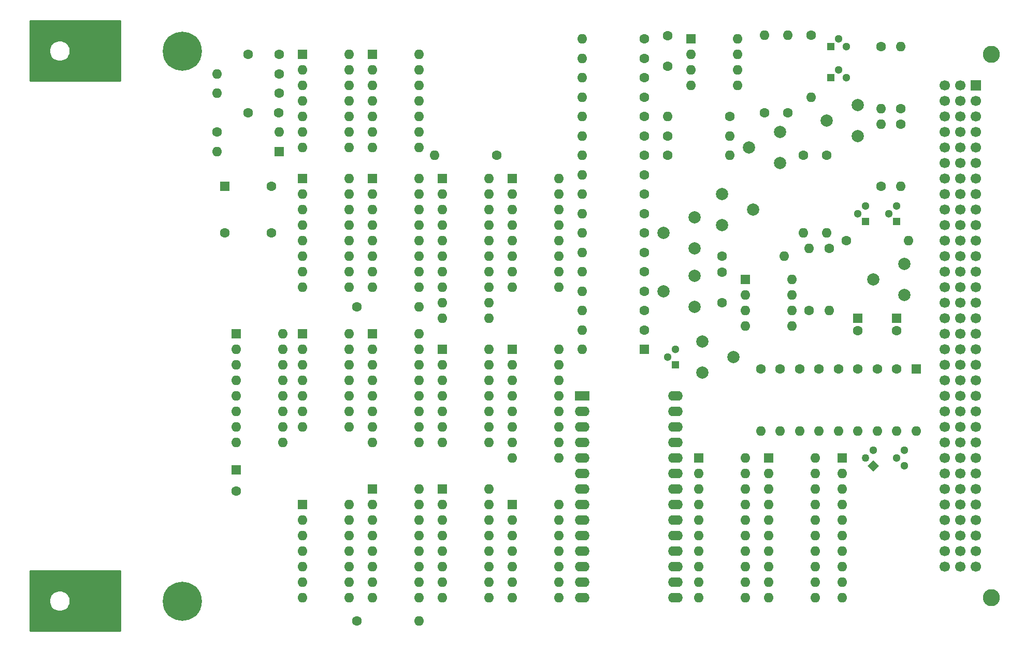
<source format=gts>
G04 #@! TF.GenerationSoftware,KiCad,Pcbnew,(5.99.0-2039-g05a89863c)*
G04 #@! TF.CreationDate,2020-06-29T23:33:07-06:00*
G04 #@! TF.ProjectId,gfx,6766782e-6b69-4636-9164-5f7063625858,rev?*
G04 #@! TF.SameCoordinates,Original*
G04 #@! TF.FileFunction,Soldermask,Top*
G04 #@! TF.FilePolarity,Negative*
%FSLAX46Y46*%
G04 Gerber Fmt 4.6, Leading zero omitted, Abs format (unit mm)*
G04 Created by KiCad (PCBNEW (5.99.0-2039-g05a89863c)) date 2020-06-29 23:33:07*
%MOMM*%
%LPD*%
G01*
G04 APERTURE LIST*
%ADD10O,1.600000X1.600000*%
%ADD11C,1.600000*%
%ADD12R,1.600000X1.600000*%
%ADD13C,0.800000*%
%ADD14C,6.400000*%
%ADD15R,1.300000X1.300000*%
%ADD16C,1.300000*%
%ADD17C,2.800000*%
%ADD18C,1.700000*%
%ADD19R,1.700000X1.700000*%
%ADD20O,2.400000X1.600000*%
%ADD21R,2.400000X1.600000*%
%ADD22C,2.000000*%
%ADD23C,1.270000*%
G04 APERTURE END LIST*
D10*
X213360000Y-68580000D03*
D11*
X203200000Y-68580000D03*
D10*
X142240000Y-81280000D03*
X134620000Y-96520000D03*
X142240000Y-83820000D03*
X134620000Y-93980000D03*
X142240000Y-86360000D03*
X134620000Y-91440000D03*
X142240000Y-88900000D03*
X134620000Y-88900000D03*
X142240000Y-91440000D03*
X134620000Y-86360000D03*
X142240000Y-93980000D03*
X134620000Y-83820000D03*
X142240000Y-96520000D03*
D12*
X134620000Y-81280000D03*
D10*
X153670000Y-81280000D03*
X146050000Y-99060000D03*
X153670000Y-83820000D03*
X146050000Y-96520000D03*
X153670000Y-86360000D03*
X146050000Y-93980000D03*
X153670000Y-88900000D03*
X146050000Y-91440000D03*
X153670000Y-91440000D03*
X146050000Y-88900000D03*
X153670000Y-93980000D03*
X146050000Y-86360000D03*
X153670000Y-96520000D03*
X146050000Y-83820000D03*
X153670000Y-99060000D03*
D12*
X146050000Y-81280000D03*
D13*
X116697056Y-123302944D03*
X115000000Y-122600000D03*
X113302944Y-123302944D03*
X112600000Y-125000000D03*
X113302944Y-126697056D03*
X115000000Y-127400000D03*
X116697056Y-126697056D03*
X117400000Y-125000000D03*
D14*
X115000000Y-125000000D03*
D13*
X116697056Y-33302944D03*
X115000000Y-32600000D03*
X113302944Y-33302944D03*
X112600000Y-35000000D03*
X113302944Y-36697056D03*
X115000000Y-37400000D03*
X116697056Y-36697056D03*
X117400000Y-35000000D03*
D14*
X115000000Y-35000000D03*
D10*
X153670000Y-76835000D03*
D11*
X143510000Y-76835000D03*
X225425000Y-80740000D03*
D12*
X225425000Y-78740000D03*
D11*
X231775000Y-80740000D03*
D12*
X231775000Y-78740000D03*
D11*
X123825000Y-107005000D03*
D12*
X123825000Y-103505000D03*
D10*
X176530000Y-109220000D03*
X168910000Y-124460000D03*
X176530000Y-111760000D03*
X168910000Y-121920000D03*
X176530000Y-114300000D03*
X168910000Y-119380000D03*
X176530000Y-116840000D03*
X168910000Y-116840000D03*
X176530000Y-119380000D03*
X168910000Y-114300000D03*
X176530000Y-121920000D03*
X168910000Y-111760000D03*
X176530000Y-124460000D03*
D12*
X168910000Y-109220000D03*
D10*
X165100000Y-106680000D03*
X157480000Y-124460000D03*
X165100000Y-109220000D03*
X157480000Y-121920000D03*
X165100000Y-111760000D03*
X157480000Y-119380000D03*
X165100000Y-114300000D03*
X157480000Y-116840000D03*
X165100000Y-116840000D03*
X157480000Y-114300000D03*
X165100000Y-119380000D03*
X157480000Y-111760000D03*
X165100000Y-121920000D03*
X157480000Y-109220000D03*
X165100000Y-124460000D03*
D12*
X157480000Y-106680000D03*
D10*
X142240000Y-55880000D03*
X134620000Y-73660000D03*
X142240000Y-58420000D03*
X134620000Y-71120000D03*
X142240000Y-60960000D03*
X134620000Y-68580000D03*
X142240000Y-63500000D03*
X134620000Y-66040000D03*
X142240000Y-66040000D03*
X134620000Y-63500000D03*
X142240000Y-68580000D03*
X134620000Y-60960000D03*
X142240000Y-71120000D03*
X134620000Y-58420000D03*
X142240000Y-73660000D03*
D12*
X134620000Y-55880000D03*
D15*
X195580000Y-86360000D03*
D16*
X195580000Y-83820000D03*
X194310000Y-85090000D03*
D10*
X153670000Y-35560000D03*
X146050000Y-50800000D03*
X153670000Y-38100000D03*
X146050000Y-48260000D03*
X153670000Y-40640000D03*
X146050000Y-45720000D03*
X153670000Y-43180000D03*
X146050000Y-43180000D03*
X153670000Y-45720000D03*
X146050000Y-40640000D03*
X153670000Y-48260000D03*
X146050000Y-38100000D03*
X153670000Y-50800000D03*
D12*
X146050000Y-35560000D03*
D10*
X142240000Y-109220000D03*
X134620000Y-124460000D03*
X142240000Y-111760000D03*
X134620000Y-121920000D03*
X142240000Y-114300000D03*
X134620000Y-119380000D03*
X142240000Y-116840000D03*
X134620000Y-116840000D03*
X142240000Y-119380000D03*
X134620000Y-114300000D03*
X142240000Y-121920000D03*
X134620000Y-111760000D03*
X142240000Y-124460000D03*
D12*
X134620000Y-109220000D03*
D10*
X222885000Y-124460000D03*
X222885000Y-121920000D03*
X222885000Y-119380000D03*
X222885000Y-116840000D03*
X222885000Y-114300000D03*
X222885000Y-111760000D03*
X222885000Y-109220000D03*
X222885000Y-106680000D03*
X222885000Y-104140000D03*
D12*
X222885000Y-101600000D03*
D17*
X247240000Y-124450000D03*
X247240000Y-35550000D03*
D18*
X242160000Y-119370000D03*
X244700000Y-119370000D03*
X242160000Y-116830000D03*
X244700000Y-116830000D03*
X242160000Y-114290000D03*
X244700000Y-114290000D03*
X242160000Y-111750000D03*
X244700000Y-111750000D03*
X242160000Y-109210000D03*
X244700000Y-109210000D03*
X242160000Y-106670000D03*
X244700000Y-106670000D03*
X242160000Y-104130000D03*
X244700000Y-104130000D03*
X242160000Y-101590000D03*
X244700000Y-101590000D03*
X242160000Y-99050000D03*
X244700000Y-99050000D03*
X242160000Y-96510000D03*
X244700000Y-96510000D03*
X242160000Y-93970000D03*
X244700000Y-93970000D03*
X242160000Y-91430000D03*
X244700000Y-91430000D03*
X242160000Y-88890000D03*
X244700000Y-88890000D03*
X242160000Y-86350000D03*
X244700000Y-86350000D03*
X242160000Y-83810000D03*
X244700000Y-83810000D03*
X242160000Y-81270000D03*
X244700000Y-81270000D03*
X242160000Y-78730000D03*
X244700000Y-78730000D03*
X242160000Y-76190000D03*
X244700000Y-76190000D03*
X242160000Y-73650000D03*
X244700000Y-73650000D03*
X242160000Y-71110000D03*
X244700000Y-71110000D03*
X242160000Y-68570000D03*
X244700000Y-68570000D03*
X242160000Y-66030000D03*
X244700000Y-66030000D03*
X242160000Y-63490000D03*
X244700000Y-63490000D03*
X242160000Y-60950000D03*
X244700000Y-60950000D03*
X242160000Y-58410000D03*
X244700000Y-58410000D03*
X242160000Y-55870000D03*
X244700000Y-55870000D03*
X242160000Y-53330000D03*
X244700000Y-53330000D03*
X242160000Y-50790000D03*
X244700000Y-50790000D03*
X242160000Y-48250000D03*
X244700000Y-48250000D03*
X242160000Y-45710000D03*
X244700000Y-45710000D03*
X242160000Y-43170000D03*
X244700000Y-43170000D03*
X242160000Y-40630000D03*
D19*
X244700000Y-40630000D03*
D18*
X239620000Y-104130000D03*
X239620000Y-101590000D03*
X239620000Y-106670000D03*
X239620000Y-53330000D03*
X239620000Y-50790000D03*
X239620000Y-40630000D03*
X239620000Y-76190000D03*
X239620000Y-73650000D03*
X239620000Y-48250000D03*
X239620000Y-45710000D03*
X239620000Y-43170000D03*
X239620000Y-83810000D03*
X239620000Y-116830000D03*
X239620000Y-66030000D03*
X239620000Y-63490000D03*
X239620000Y-96510000D03*
X239620000Y-93970000D03*
X239620000Y-99050000D03*
X239620000Y-88890000D03*
X239620000Y-86350000D03*
X239620000Y-60950000D03*
X239620000Y-58410000D03*
X239620000Y-55870000D03*
X239620000Y-81270000D03*
X239620000Y-78730000D03*
X239620000Y-111750000D03*
X239620000Y-109210000D03*
X239620000Y-114290000D03*
X239620000Y-71110000D03*
X239620000Y-68570000D03*
X239620000Y-91430000D03*
X239620000Y-119370000D03*
D10*
X214630000Y-72390000D03*
X207010000Y-80010000D03*
X214630000Y-74930000D03*
X207010000Y-77470000D03*
X214630000Y-77470000D03*
X207010000Y-74930000D03*
X214630000Y-80010000D03*
D12*
X207010000Y-72390000D03*
D10*
X205740000Y-33020000D03*
X198120000Y-40640000D03*
X205740000Y-35560000D03*
X198120000Y-38100000D03*
X205740000Y-38100000D03*
X198120000Y-35560000D03*
X205740000Y-40640000D03*
D12*
X198120000Y-33020000D03*
D20*
X195580000Y-91440000D03*
X180340000Y-124460000D03*
X195580000Y-93980000D03*
X180340000Y-121920000D03*
X195580000Y-96520000D03*
X180340000Y-119380000D03*
X195580000Y-99060000D03*
X180340000Y-116840000D03*
X195580000Y-101600000D03*
X180340000Y-114300000D03*
X195580000Y-104140000D03*
X180340000Y-111760000D03*
X195580000Y-106680000D03*
X180340000Y-109220000D03*
X195580000Y-109220000D03*
X180340000Y-106680000D03*
X195580000Y-111760000D03*
X180340000Y-104140000D03*
X195580000Y-114300000D03*
X180340000Y-101600000D03*
X195580000Y-116840000D03*
X180340000Y-99060000D03*
X195580000Y-119380000D03*
X180340000Y-96520000D03*
X195580000Y-121920000D03*
X180340000Y-93980000D03*
X195580000Y-124460000D03*
D21*
X180340000Y-91440000D03*
D10*
X176530000Y-55880000D03*
X168910000Y-73660000D03*
X176530000Y-58420000D03*
X168910000Y-71120000D03*
X176530000Y-60960000D03*
X168910000Y-68580000D03*
X176530000Y-63500000D03*
X168910000Y-66040000D03*
X176530000Y-66040000D03*
X168910000Y-63500000D03*
X176530000Y-68580000D03*
X168910000Y-60960000D03*
X176530000Y-71120000D03*
X168910000Y-58420000D03*
X176530000Y-73660000D03*
D12*
X168910000Y-55880000D03*
D10*
X218440000Y-101600000D03*
X210820000Y-124460000D03*
X218440000Y-104140000D03*
X210820000Y-121920000D03*
X218440000Y-106680000D03*
X210820000Y-119380000D03*
X218440000Y-109220000D03*
X210820000Y-116840000D03*
X218440000Y-111760000D03*
X210820000Y-114300000D03*
X218440000Y-114300000D03*
X210820000Y-111760000D03*
X218440000Y-116840000D03*
X210820000Y-109220000D03*
X218440000Y-119380000D03*
X210820000Y-106680000D03*
X218440000Y-121920000D03*
X210820000Y-104140000D03*
X218440000Y-124460000D03*
D12*
X210820000Y-101600000D03*
D10*
X207010000Y-101600000D03*
X199390000Y-124460000D03*
X207010000Y-104140000D03*
X199390000Y-121920000D03*
X207010000Y-106680000D03*
X199390000Y-119380000D03*
X207010000Y-109220000D03*
X199390000Y-116840000D03*
X207010000Y-111760000D03*
X199390000Y-114300000D03*
X207010000Y-114300000D03*
X199390000Y-111760000D03*
X207010000Y-116840000D03*
X199390000Y-109220000D03*
X207010000Y-119380000D03*
X199390000Y-106680000D03*
X207010000Y-121920000D03*
X199390000Y-104140000D03*
X207010000Y-124460000D03*
D12*
X199390000Y-101600000D03*
D10*
X165100000Y-55880000D03*
X157480000Y-78740000D03*
X165100000Y-58420000D03*
X157480000Y-76200000D03*
X165100000Y-60960000D03*
X157480000Y-73660000D03*
X165100000Y-63500000D03*
X157480000Y-71120000D03*
X165100000Y-66040000D03*
X157480000Y-68580000D03*
X165100000Y-68580000D03*
X157480000Y-66040000D03*
X165100000Y-71120000D03*
X157480000Y-63500000D03*
X165100000Y-73660000D03*
X157480000Y-60960000D03*
X165100000Y-76200000D03*
X157480000Y-58420000D03*
X165100000Y-78740000D03*
D12*
X157480000Y-55880000D03*
D10*
X153670000Y-106680000D03*
X146050000Y-124460000D03*
X153670000Y-109220000D03*
X146050000Y-121920000D03*
X153670000Y-111760000D03*
X146050000Y-119380000D03*
X153670000Y-114300000D03*
X146050000Y-116840000D03*
X153670000Y-116840000D03*
X146050000Y-114300000D03*
X153670000Y-119380000D03*
X146050000Y-111760000D03*
X153670000Y-121920000D03*
X146050000Y-109220000D03*
X153670000Y-124460000D03*
D12*
X146050000Y-106680000D03*
D10*
X176530000Y-83820000D03*
X168910000Y-101600000D03*
X176530000Y-86360000D03*
X168910000Y-99060000D03*
X176530000Y-88900000D03*
X168910000Y-96520000D03*
X176530000Y-91440000D03*
X168910000Y-93980000D03*
X176530000Y-93980000D03*
X168910000Y-91440000D03*
X176530000Y-96520000D03*
X168910000Y-88900000D03*
X176530000Y-99060000D03*
X168910000Y-86360000D03*
X176530000Y-101600000D03*
D12*
X168910000Y-83820000D03*
D10*
X153670000Y-55880000D03*
X146050000Y-73660000D03*
X153670000Y-58420000D03*
X146050000Y-71120000D03*
X153670000Y-60960000D03*
X146050000Y-68580000D03*
X153670000Y-63500000D03*
X146050000Y-66040000D03*
X153670000Y-66040000D03*
X146050000Y-63500000D03*
X153670000Y-68580000D03*
X146050000Y-60960000D03*
X153670000Y-71120000D03*
X146050000Y-58420000D03*
X153670000Y-73660000D03*
D12*
X146050000Y-55880000D03*
D10*
X165100000Y-83820000D03*
X157480000Y-99060000D03*
X165100000Y-86360000D03*
X157480000Y-96520000D03*
X165100000Y-88900000D03*
X157480000Y-93980000D03*
X165100000Y-91440000D03*
X157480000Y-91440000D03*
X165100000Y-93980000D03*
X157480000Y-88900000D03*
X165100000Y-96520000D03*
X157480000Y-86360000D03*
X165100000Y-99060000D03*
D12*
X157480000Y-83820000D03*
D10*
X131445000Y-81280000D03*
X123825000Y-99060000D03*
X131445000Y-83820000D03*
X123825000Y-96520000D03*
X131445000Y-86360000D03*
X123825000Y-93980000D03*
X131445000Y-88900000D03*
X123825000Y-91440000D03*
X131445000Y-91440000D03*
X123825000Y-88900000D03*
X131445000Y-93980000D03*
X123825000Y-86360000D03*
X131445000Y-96520000D03*
X123825000Y-83820000D03*
X131445000Y-99060000D03*
D12*
X123825000Y-81280000D03*
D10*
X142240000Y-35560000D03*
X134620000Y-50800000D03*
X142240000Y-38100000D03*
X134620000Y-48260000D03*
X142240000Y-40640000D03*
X134620000Y-45720000D03*
X142240000Y-43180000D03*
X134620000Y-43180000D03*
X142240000Y-45720000D03*
X134620000Y-40640000D03*
X142240000Y-48260000D03*
X134620000Y-38100000D03*
X142240000Y-50800000D03*
D12*
X134620000Y-35560000D03*
D11*
X121920000Y-64770000D03*
X129540000Y-64770000D03*
X129540000Y-57150000D03*
D12*
X121920000Y-57150000D03*
D22*
X203200000Y-63500000D03*
X208280000Y-60960000D03*
X203200000Y-58420000D03*
X233045000Y-69850000D03*
X227965000Y-72390000D03*
X233045000Y-74930000D03*
X200025000Y-87630000D03*
X205105000Y-85090000D03*
X200025000Y-82550000D03*
X212725000Y-48260000D03*
X207645000Y-50800000D03*
X212725000Y-53340000D03*
X225425000Y-43815000D03*
X220345000Y-46355000D03*
X225425000Y-48895000D03*
X198755000Y-71755000D03*
X193675000Y-74295000D03*
X198755000Y-76835000D03*
X198755000Y-62230000D03*
X193675000Y-64770000D03*
X198755000Y-67310000D03*
D10*
X232410000Y-57150000D03*
D11*
X232410000Y-46990000D03*
D10*
X232410000Y-34290000D03*
D11*
X232410000Y-44450000D03*
D10*
X216535000Y-64770000D03*
D11*
X216535000Y-52070000D03*
D10*
X220345000Y-64770000D03*
D11*
X220345000Y-52070000D03*
D10*
X233680000Y-66040000D03*
D11*
X223520000Y-66040000D03*
D10*
X229235000Y-46990000D03*
D11*
X229235000Y-57150000D03*
D10*
X209550000Y-97155000D03*
D11*
X209550000Y-86995000D03*
D10*
X217424000Y-67310000D03*
D11*
X217424000Y-77470000D03*
D10*
X220726000Y-77470000D03*
D11*
X220726000Y-67310000D03*
D10*
X231775000Y-97155000D03*
D11*
X231775000Y-86995000D03*
D10*
X228600000Y-97155000D03*
D11*
X228600000Y-86995000D03*
D10*
X225425000Y-97155000D03*
D11*
X225425000Y-86995000D03*
D10*
X222250000Y-97155000D03*
D11*
X222250000Y-86995000D03*
D10*
X219075000Y-97155000D03*
D11*
X219075000Y-86995000D03*
D10*
X215900000Y-97155000D03*
D11*
X215900000Y-86995000D03*
D10*
X212725000Y-97155000D03*
D11*
X212725000Y-86995000D03*
D10*
X213995000Y-32385000D03*
D11*
X213995000Y-45085000D03*
D10*
X210185000Y-32385000D03*
D11*
X210185000Y-45085000D03*
D10*
X217805000Y-42545000D03*
D11*
X217805000Y-32385000D03*
D10*
X229235000Y-44450000D03*
D11*
X229235000Y-34290000D03*
D10*
X180340000Y-33020000D03*
D11*
X190500000Y-33020000D03*
D10*
X204470000Y-52070000D03*
D11*
X194310000Y-52070000D03*
D10*
X194310000Y-45720000D03*
D11*
X204470000Y-45720000D03*
D10*
X204470000Y-48895000D03*
D11*
X194310000Y-48895000D03*
D10*
X180340000Y-80645000D03*
D11*
X190500000Y-80645000D03*
D10*
X180340000Y-77470000D03*
D11*
X190500000Y-77470000D03*
D10*
X180340000Y-74295000D03*
D11*
X190500000Y-74295000D03*
D10*
X180340000Y-71120000D03*
D11*
X190500000Y-71120000D03*
D10*
X180340000Y-67945000D03*
D11*
X190500000Y-67945000D03*
D10*
X180340000Y-64770000D03*
D11*
X190500000Y-64770000D03*
D10*
X180340000Y-61595000D03*
D11*
X190500000Y-61595000D03*
D10*
X180340000Y-58420000D03*
D11*
X190500000Y-58420000D03*
D10*
X180340000Y-55245000D03*
D11*
X190500000Y-55245000D03*
D10*
X180340000Y-52070000D03*
D11*
X190500000Y-52070000D03*
D10*
X180340000Y-48895000D03*
D11*
X190500000Y-48895000D03*
D10*
X180340000Y-45720000D03*
D11*
X190500000Y-45720000D03*
D10*
X180340000Y-42545000D03*
D11*
X190500000Y-42545000D03*
D10*
X180340000Y-39370000D03*
D11*
X190500000Y-39370000D03*
D10*
X180340000Y-36195000D03*
D11*
X190500000Y-36195000D03*
D10*
X153670000Y-128270000D03*
D11*
X143510000Y-128270000D03*
D10*
X156210000Y-52070000D03*
D11*
X166370000Y-52070000D03*
D10*
X130810000Y-48260000D03*
D11*
X120650000Y-48260000D03*
D10*
X120650000Y-41910000D03*
D11*
X130810000Y-41910000D03*
D10*
X120650000Y-38735000D03*
D11*
X130810000Y-38735000D03*
D15*
X231775000Y-62865000D03*
D16*
X231775000Y-60325000D03*
X230505000Y-61595000D03*
D15*
X226695000Y-62865000D03*
D16*
X226695000Y-60325000D03*
X225425000Y-61595000D03*
D15*
X220980000Y-39370000D03*
D16*
X223520000Y-39370000D03*
X222250000Y-38100000D03*
D15*
X220980000Y-34290000D03*
D16*
X223520000Y-34290000D03*
X222250000Y-33020000D03*
X233045000Y-102870000D03*
X233045000Y-100330000D03*
X231775000Y-101600000D03*
D23*
X226695000Y-101600000D03*
D16*
X227965000Y-100330000D03*
G36*
X228863026Y-102870000D02*
G01*
X227965000Y-103768026D01*
X227066974Y-102870000D01*
X227965000Y-101971974D01*
X228863026Y-102870000D01*
G37*
D10*
X234950000Y-97155000D03*
D12*
X234950000Y-86995000D03*
D10*
X180340000Y-83820000D03*
D12*
X190500000Y-83820000D03*
D10*
X120650000Y-51435000D03*
D12*
X130810000Y-51435000D03*
D11*
X203200000Y-71200000D03*
X203200000Y-76200000D03*
X194310000Y-32465000D03*
X194310000Y-37465000D03*
X130730000Y-45085000D03*
X125730000Y-45085000D03*
X130810000Y-35560000D03*
X125810000Y-35560000D03*
G36*
X104875999Y-120001036D02*
G01*
X104878995Y-120001143D01*
X104881989Y-120001321D01*
X104884977Y-120001571D01*
X104887959Y-120001891D01*
X104890932Y-120002282D01*
X104893895Y-120002745D01*
X104896846Y-120003277D01*
X104899783Y-120003879D01*
X104902706Y-120004552D01*
X104905611Y-120005293D01*
X104908498Y-120006104D01*
X104911365Y-120006983D01*
X104914211Y-120007930D01*
X104917032Y-120008944D01*
X104919829Y-120010026D01*
X104922600Y-120011173D01*
X104925342Y-120012386D01*
X104928055Y-120013664D01*
X104930737Y-120015007D01*
X104933385Y-120016412D01*
X104936000Y-120017881D01*
X104938579Y-120019411D01*
X104941121Y-120021002D01*
X104943624Y-120022653D01*
X104946087Y-120024363D01*
X104948509Y-120026132D01*
X104950888Y-120027957D01*
X104953223Y-120029839D01*
X104955512Y-120031776D01*
X104957755Y-120033766D01*
X104959950Y-120035810D01*
X104962095Y-120037905D01*
X104964190Y-120040050D01*
X104966234Y-120042245D01*
X104968224Y-120044488D01*
X104970161Y-120046777D01*
X104972043Y-120049112D01*
X104973868Y-120051491D01*
X104975637Y-120053913D01*
X104977347Y-120056376D01*
X104978998Y-120058879D01*
X104980589Y-120061421D01*
X104982119Y-120064000D01*
X104983588Y-120066615D01*
X104984993Y-120069263D01*
X104986336Y-120071945D01*
X104987614Y-120074658D01*
X104988827Y-120077400D01*
X104989974Y-120080171D01*
X104991056Y-120082968D01*
X104992070Y-120085789D01*
X104993017Y-120088635D01*
X104993896Y-120091502D01*
X104994707Y-120094389D01*
X104995448Y-120097294D01*
X104996121Y-120100217D01*
X104996723Y-120103154D01*
X104997255Y-120106105D01*
X104997718Y-120109068D01*
X104998109Y-120112041D01*
X104998429Y-120115023D01*
X104998679Y-120118011D01*
X104998857Y-120121005D01*
X104998964Y-120124001D01*
X104999000Y-120127000D01*
X104999000Y-129873000D01*
X104998964Y-129875999D01*
X104998857Y-129878995D01*
X104998679Y-129881989D01*
X104998429Y-129884977D01*
X104998109Y-129887959D01*
X104997718Y-129890932D01*
X104997255Y-129893895D01*
X104996723Y-129896846D01*
X104996121Y-129899783D01*
X104995448Y-129902706D01*
X104994707Y-129905611D01*
X104993896Y-129908498D01*
X104993017Y-129911365D01*
X104992070Y-129914211D01*
X104991056Y-129917032D01*
X104989974Y-129919829D01*
X104988827Y-129922600D01*
X104987614Y-129925342D01*
X104986336Y-129928055D01*
X104984993Y-129930737D01*
X104983588Y-129933385D01*
X104982119Y-129936000D01*
X104980589Y-129938579D01*
X104978998Y-129941121D01*
X104977347Y-129943624D01*
X104975637Y-129946087D01*
X104973868Y-129948509D01*
X104972043Y-129950888D01*
X104970161Y-129953223D01*
X104968224Y-129955512D01*
X104966234Y-129957755D01*
X104964190Y-129959950D01*
X104962095Y-129962095D01*
X104959950Y-129964190D01*
X104957755Y-129966234D01*
X104955512Y-129968224D01*
X104953223Y-129970161D01*
X104950888Y-129972043D01*
X104948509Y-129973868D01*
X104946087Y-129975637D01*
X104943624Y-129977347D01*
X104941121Y-129978998D01*
X104938579Y-129980589D01*
X104936000Y-129982119D01*
X104933385Y-129983588D01*
X104930737Y-129984993D01*
X104928055Y-129986336D01*
X104925342Y-129987614D01*
X104922600Y-129988827D01*
X104919829Y-129989974D01*
X104917032Y-129991056D01*
X104914211Y-129992070D01*
X104911365Y-129993017D01*
X104908498Y-129993896D01*
X104905611Y-129994707D01*
X104902706Y-129995448D01*
X104899783Y-129996121D01*
X104896846Y-129996723D01*
X104893895Y-129997255D01*
X104890932Y-129997718D01*
X104887959Y-129998109D01*
X104884977Y-129998429D01*
X104881989Y-129998679D01*
X104878995Y-129998857D01*
X104875999Y-129998964D01*
X104873000Y-129999000D01*
X90127000Y-129999000D01*
X90124001Y-129998964D01*
X90121005Y-129998857D01*
X90118011Y-129998679D01*
X90115023Y-129998429D01*
X90112041Y-129998109D01*
X90109068Y-129997718D01*
X90106105Y-129997255D01*
X90103154Y-129996723D01*
X90100217Y-129996121D01*
X90097294Y-129995448D01*
X90094389Y-129994707D01*
X90091502Y-129993896D01*
X90088635Y-129993017D01*
X90085789Y-129992070D01*
X90082968Y-129991056D01*
X90080171Y-129989974D01*
X90077400Y-129988827D01*
X90074658Y-129987614D01*
X90071945Y-129986336D01*
X90069263Y-129984993D01*
X90066615Y-129983588D01*
X90064000Y-129982119D01*
X90061421Y-129980589D01*
X90058879Y-129978998D01*
X90056376Y-129977347D01*
X90053913Y-129975637D01*
X90051491Y-129973868D01*
X90049112Y-129972043D01*
X90046777Y-129970161D01*
X90044488Y-129968224D01*
X90042245Y-129966234D01*
X90040050Y-129964190D01*
X90037905Y-129962095D01*
X90035810Y-129959950D01*
X90033766Y-129957755D01*
X90031776Y-129955512D01*
X90029839Y-129953223D01*
X90027957Y-129950888D01*
X90026132Y-129948509D01*
X90024363Y-129946087D01*
X90022653Y-129943624D01*
X90021002Y-129941121D01*
X90019411Y-129938579D01*
X90017881Y-129936000D01*
X90016412Y-129933385D01*
X90015007Y-129930737D01*
X90013664Y-129928055D01*
X90012386Y-129925342D01*
X90011173Y-129922600D01*
X90010026Y-129919829D01*
X90008944Y-129917032D01*
X90007930Y-129914211D01*
X90006983Y-129911365D01*
X90006104Y-129908498D01*
X90005293Y-129905611D01*
X90004552Y-129902706D01*
X90003879Y-129899783D01*
X90003277Y-129896846D01*
X90002745Y-129893895D01*
X90002282Y-129890932D01*
X90001891Y-129887959D01*
X90001571Y-129884977D01*
X90001321Y-129881989D01*
X90001143Y-129878995D01*
X90001036Y-129875999D01*
X90001000Y-129873000D01*
X90001000Y-125000004D01*
X93399009Y-125000004D01*
X93399010Y-125000038D01*
X93399033Y-125000452D01*
X93418649Y-125249689D01*
X93418718Y-125250432D01*
X93418732Y-125250516D01*
X93418791Y-125250793D01*
X93418819Y-125250913D01*
X93477169Y-125493956D01*
X93477350Y-125494672D01*
X93477383Y-125494780D01*
X93477491Y-125495059D01*
X93477559Y-125495228D01*
X93573173Y-125726062D01*
X93573495Y-125726810D01*
X93573519Y-125726859D01*
X93573714Y-125727194D01*
X93704360Y-125940390D01*
X93704763Y-125941027D01*
X93704793Y-125941068D01*
X93705020Y-125941348D01*
X93705123Y-125941470D01*
X93867391Y-126131462D01*
X93867855Y-126131993D01*
X93867923Y-126132067D01*
X93867987Y-126132127D01*
X93868197Y-126132316D01*
X93868367Y-126132464D01*
X94058291Y-126294673D01*
X94058927Y-126295203D01*
X94059000Y-126295256D01*
X94059248Y-126295417D01*
X94059334Y-126295470D01*
X94272497Y-126426097D01*
X94273123Y-126426470D01*
X94273209Y-126426515D01*
X94273492Y-126426641D01*
X94273610Y-126426691D01*
X94504526Y-126522339D01*
X94505247Y-126522626D01*
X94505329Y-126522651D01*
X94505730Y-126522756D01*
X94748752Y-126581100D01*
X94749539Y-126581278D01*
X94749559Y-126581281D01*
X94750002Y-126581327D01*
X94999240Y-126600942D01*
X94999953Y-126600990D01*
X95000038Y-126600990D01*
X95000452Y-126600967D01*
X95249689Y-126581351D01*
X95250432Y-126581282D01*
X95250516Y-126581268D01*
X95250793Y-126581209D01*
X95250913Y-126581181D01*
X95493956Y-126522831D01*
X95494676Y-126522649D01*
X95494787Y-126522614D01*
X95495059Y-126522509D01*
X95495228Y-126522441D01*
X95726062Y-126426827D01*
X95726810Y-126426505D01*
X95726859Y-126426481D01*
X95727194Y-126426286D01*
X95940390Y-126295640D01*
X95941027Y-126295237D01*
X95941068Y-126295207D01*
X95941348Y-126294980D01*
X95941470Y-126294877D01*
X96131462Y-126132609D01*
X96131993Y-126132145D01*
X96132067Y-126132077D01*
X96132127Y-126132013D01*
X96132316Y-126131803D01*
X96132464Y-126131633D01*
X96294673Y-125941709D01*
X96295203Y-125941073D01*
X96295256Y-125941000D01*
X96295417Y-125940752D01*
X96295470Y-125940666D01*
X96426097Y-125727503D01*
X96426470Y-125726877D01*
X96426515Y-125726791D01*
X96426641Y-125726508D01*
X96426691Y-125726390D01*
X96522339Y-125495474D01*
X96522626Y-125494753D01*
X96522651Y-125494671D01*
X96522756Y-125494270D01*
X96581100Y-125251248D01*
X96581278Y-125250461D01*
X96581281Y-125250441D01*
X96581327Y-125249998D01*
X96600942Y-125000760D01*
X96600990Y-125000047D01*
X96600990Y-124999962D01*
X96600967Y-124999548D01*
X96581351Y-124750311D01*
X96581282Y-124749568D01*
X96581276Y-124749526D01*
X96581265Y-124749471D01*
X96581209Y-124749207D01*
X96581181Y-124749087D01*
X96522826Y-124506022D01*
X96522649Y-124505324D01*
X96522617Y-124505220D01*
X96522509Y-124504941D01*
X96522441Y-124504772D01*
X96426827Y-124273938D01*
X96426505Y-124273190D01*
X96426481Y-124273141D01*
X96426286Y-124272806D01*
X96295615Y-124059571D01*
X96295237Y-124058973D01*
X96295207Y-124058932D01*
X96294980Y-124058652D01*
X96294877Y-124058530D01*
X96132609Y-123868538D01*
X96132145Y-123868007D01*
X96132077Y-123867933D01*
X96132013Y-123867873D01*
X96131803Y-123867684D01*
X96131633Y-123867536D01*
X95941709Y-123705327D01*
X95941073Y-123704797D01*
X95941000Y-123704744D01*
X95940752Y-123704583D01*
X95940666Y-123704530D01*
X95727503Y-123573903D01*
X95726877Y-123573530D01*
X95726791Y-123573485D01*
X95726508Y-123573359D01*
X95726390Y-123573309D01*
X95495474Y-123477661D01*
X95494753Y-123477374D01*
X95494671Y-123477349D01*
X95494270Y-123477244D01*
X95251248Y-123418900D01*
X95250461Y-123418722D01*
X95250441Y-123418719D01*
X95249998Y-123418673D01*
X95000760Y-123399058D01*
X95000047Y-123399010D01*
X94999962Y-123399010D01*
X94999548Y-123399033D01*
X94750311Y-123418649D01*
X94749568Y-123418718D01*
X94749484Y-123418732D01*
X94749207Y-123418791D01*
X94749087Y-123418819D01*
X94506044Y-123477169D01*
X94505324Y-123477351D01*
X94505220Y-123477383D01*
X94504941Y-123477491D01*
X94504775Y-123477558D01*
X94273938Y-123573173D01*
X94273190Y-123573495D01*
X94273141Y-123573519D01*
X94272806Y-123573714D01*
X94059610Y-123704360D01*
X94058973Y-123704763D01*
X94058932Y-123704793D01*
X94058652Y-123705020D01*
X94058530Y-123705123D01*
X93868538Y-123867391D01*
X93868007Y-123867855D01*
X93867933Y-123867923D01*
X93867873Y-123867987D01*
X93867684Y-123868197D01*
X93867536Y-123868367D01*
X93705327Y-124058291D01*
X93704797Y-124058927D01*
X93704744Y-124059000D01*
X93704583Y-124059248D01*
X93704530Y-124059334D01*
X93573903Y-124272497D01*
X93573530Y-124273123D01*
X93573485Y-124273209D01*
X93573359Y-124273492D01*
X93573309Y-124273610D01*
X93477661Y-124504526D01*
X93477374Y-124505247D01*
X93477349Y-124505329D01*
X93477244Y-124505730D01*
X93418900Y-124748752D01*
X93418722Y-124749539D01*
X93418719Y-124749559D01*
X93418673Y-124750002D01*
X93399058Y-124999240D01*
X93399010Y-124999953D01*
X93399009Y-125000004D01*
X90001000Y-125000004D01*
X90001000Y-120127000D01*
X90001036Y-120124001D01*
X90001143Y-120121005D01*
X90001321Y-120118011D01*
X90001571Y-120115023D01*
X90001891Y-120112041D01*
X90002282Y-120109068D01*
X90002745Y-120106105D01*
X90003277Y-120103154D01*
X90003879Y-120100217D01*
X90004552Y-120097294D01*
X90005293Y-120094389D01*
X90006104Y-120091502D01*
X90006983Y-120088635D01*
X90007930Y-120085789D01*
X90008944Y-120082968D01*
X90010026Y-120080171D01*
X90011173Y-120077400D01*
X90012386Y-120074658D01*
X90013664Y-120071945D01*
X90015007Y-120069263D01*
X90016412Y-120066615D01*
X90017881Y-120064000D01*
X90019411Y-120061421D01*
X90021002Y-120058879D01*
X90022653Y-120056376D01*
X90024363Y-120053913D01*
X90026132Y-120051491D01*
X90027957Y-120049112D01*
X90029839Y-120046777D01*
X90031776Y-120044488D01*
X90033766Y-120042245D01*
X90035810Y-120040050D01*
X90037905Y-120037905D01*
X90040050Y-120035810D01*
X90042245Y-120033766D01*
X90044488Y-120031776D01*
X90046777Y-120029839D01*
X90049112Y-120027957D01*
X90051491Y-120026132D01*
X90053913Y-120024363D01*
X90056376Y-120022653D01*
X90058879Y-120021002D01*
X90061421Y-120019411D01*
X90064000Y-120017881D01*
X90066615Y-120016412D01*
X90069263Y-120015007D01*
X90071945Y-120013664D01*
X90074658Y-120012386D01*
X90077400Y-120011173D01*
X90080171Y-120010026D01*
X90082968Y-120008944D01*
X90085789Y-120007930D01*
X90088635Y-120006983D01*
X90091502Y-120006104D01*
X90094389Y-120005293D01*
X90097294Y-120004552D01*
X90100217Y-120003879D01*
X90103154Y-120003277D01*
X90106105Y-120002745D01*
X90109068Y-120002282D01*
X90112041Y-120001891D01*
X90115023Y-120001571D01*
X90118011Y-120001321D01*
X90121005Y-120001143D01*
X90124001Y-120001036D01*
X90127000Y-120001000D01*
X104873000Y-120001000D01*
X104875999Y-120001036D01*
G37*
G36*
X104875999Y-30001036D02*
G01*
X104878995Y-30001143D01*
X104881989Y-30001321D01*
X104884977Y-30001571D01*
X104887959Y-30001891D01*
X104890932Y-30002282D01*
X104893895Y-30002745D01*
X104896846Y-30003277D01*
X104899783Y-30003879D01*
X104902706Y-30004552D01*
X104905611Y-30005293D01*
X104908498Y-30006104D01*
X104911365Y-30006983D01*
X104914211Y-30007930D01*
X104917032Y-30008944D01*
X104919829Y-30010026D01*
X104922600Y-30011173D01*
X104925342Y-30012386D01*
X104928055Y-30013664D01*
X104930737Y-30015007D01*
X104933385Y-30016412D01*
X104936000Y-30017881D01*
X104938579Y-30019411D01*
X104941121Y-30021002D01*
X104943624Y-30022653D01*
X104946087Y-30024363D01*
X104948509Y-30026132D01*
X104950888Y-30027957D01*
X104953223Y-30029839D01*
X104955512Y-30031776D01*
X104957755Y-30033766D01*
X104959950Y-30035810D01*
X104962095Y-30037905D01*
X104964190Y-30040050D01*
X104966234Y-30042245D01*
X104968224Y-30044488D01*
X104970161Y-30046777D01*
X104972043Y-30049112D01*
X104973868Y-30051491D01*
X104975637Y-30053913D01*
X104977347Y-30056376D01*
X104978998Y-30058879D01*
X104980589Y-30061421D01*
X104982119Y-30064000D01*
X104983588Y-30066615D01*
X104984993Y-30069263D01*
X104986336Y-30071945D01*
X104987614Y-30074658D01*
X104988827Y-30077400D01*
X104989974Y-30080171D01*
X104991056Y-30082968D01*
X104992070Y-30085789D01*
X104993017Y-30088635D01*
X104993896Y-30091502D01*
X104994707Y-30094389D01*
X104995448Y-30097294D01*
X104996121Y-30100217D01*
X104996723Y-30103154D01*
X104997255Y-30106105D01*
X104997718Y-30109068D01*
X104998109Y-30112041D01*
X104998429Y-30115023D01*
X104998679Y-30118011D01*
X104998857Y-30121005D01*
X104998964Y-30124001D01*
X104999000Y-30127000D01*
X104999000Y-39873000D01*
X104998964Y-39875999D01*
X104998857Y-39878995D01*
X104998679Y-39881989D01*
X104998429Y-39884977D01*
X104998109Y-39887959D01*
X104997718Y-39890932D01*
X104997255Y-39893895D01*
X104996723Y-39896846D01*
X104996121Y-39899783D01*
X104995448Y-39902706D01*
X104994707Y-39905611D01*
X104993896Y-39908498D01*
X104993017Y-39911365D01*
X104992070Y-39914211D01*
X104991056Y-39917032D01*
X104989974Y-39919829D01*
X104988827Y-39922600D01*
X104987614Y-39925342D01*
X104986336Y-39928055D01*
X104984993Y-39930737D01*
X104983588Y-39933385D01*
X104982119Y-39936000D01*
X104980589Y-39938579D01*
X104978998Y-39941121D01*
X104977347Y-39943624D01*
X104975637Y-39946087D01*
X104973868Y-39948509D01*
X104972043Y-39950888D01*
X104970161Y-39953223D01*
X104968224Y-39955512D01*
X104966234Y-39957755D01*
X104964190Y-39959950D01*
X104962095Y-39962095D01*
X104959950Y-39964190D01*
X104957755Y-39966234D01*
X104955512Y-39968224D01*
X104953223Y-39970161D01*
X104950888Y-39972043D01*
X104948509Y-39973868D01*
X104946087Y-39975637D01*
X104943624Y-39977347D01*
X104941121Y-39978998D01*
X104938579Y-39980589D01*
X104936000Y-39982119D01*
X104933385Y-39983588D01*
X104930737Y-39984993D01*
X104928055Y-39986336D01*
X104925342Y-39987614D01*
X104922600Y-39988827D01*
X104919829Y-39989974D01*
X104917032Y-39991056D01*
X104914211Y-39992070D01*
X104911365Y-39993017D01*
X104908498Y-39993896D01*
X104905611Y-39994707D01*
X104902706Y-39995448D01*
X104899783Y-39996121D01*
X104896846Y-39996723D01*
X104893895Y-39997255D01*
X104890932Y-39997718D01*
X104887959Y-39998109D01*
X104884977Y-39998429D01*
X104881989Y-39998679D01*
X104878995Y-39998857D01*
X104875999Y-39998964D01*
X104873000Y-39999000D01*
X90127000Y-39999000D01*
X90124001Y-39998964D01*
X90121005Y-39998857D01*
X90118011Y-39998679D01*
X90115023Y-39998429D01*
X90112041Y-39998109D01*
X90109068Y-39997718D01*
X90106105Y-39997255D01*
X90103154Y-39996723D01*
X90100217Y-39996121D01*
X90097294Y-39995448D01*
X90094389Y-39994707D01*
X90091502Y-39993896D01*
X90088635Y-39993017D01*
X90085789Y-39992070D01*
X90082968Y-39991056D01*
X90080171Y-39989974D01*
X90077400Y-39988827D01*
X90074658Y-39987614D01*
X90071945Y-39986336D01*
X90069263Y-39984993D01*
X90066615Y-39983588D01*
X90064000Y-39982119D01*
X90061421Y-39980589D01*
X90058879Y-39978998D01*
X90056376Y-39977347D01*
X90053913Y-39975637D01*
X90051491Y-39973868D01*
X90049112Y-39972043D01*
X90046777Y-39970161D01*
X90044488Y-39968224D01*
X90042245Y-39966234D01*
X90040050Y-39964190D01*
X90037905Y-39962095D01*
X90035810Y-39959950D01*
X90033766Y-39957755D01*
X90031776Y-39955512D01*
X90029839Y-39953223D01*
X90027957Y-39950888D01*
X90026132Y-39948509D01*
X90024363Y-39946087D01*
X90022653Y-39943624D01*
X90021002Y-39941121D01*
X90019411Y-39938579D01*
X90017881Y-39936000D01*
X90016412Y-39933385D01*
X90015007Y-39930737D01*
X90013664Y-39928055D01*
X90012386Y-39925342D01*
X90011173Y-39922600D01*
X90010026Y-39919829D01*
X90008944Y-39917032D01*
X90007930Y-39914211D01*
X90006983Y-39911365D01*
X90006104Y-39908498D01*
X90005293Y-39905611D01*
X90004552Y-39902706D01*
X90003879Y-39899783D01*
X90003277Y-39896846D01*
X90002745Y-39893895D01*
X90002282Y-39890932D01*
X90001891Y-39887959D01*
X90001571Y-39884977D01*
X90001321Y-39881989D01*
X90001143Y-39878995D01*
X90001036Y-39875999D01*
X90001000Y-39873000D01*
X90001000Y-35000004D01*
X93399009Y-35000004D01*
X93399010Y-35000038D01*
X93399033Y-35000452D01*
X93418649Y-35249689D01*
X93418718Y-35250432D01*
X93418732Y-35250516D01*
X93418791Y-35250793D01*
X93418819Y-35250913D01*
X93477169Y-35493956D01*
X93477350Y-35494672D01*
X93477383Y-35494780D01*
X93477491Y-35495059D01*
X93477559Y-35495228D01*
X93573173Y-35726062D01*
X93573495Y-35726810D01*
X93573519Y-35726859D01*
X93573714Y-35727194D01*
X93704360Y-35940390D01*
X93704763Y-35941027D01*
X93704793Y-35941068D01*
X93705020Y-35941348D01*
X93705123Y-35941470D01*
X93867391Y-36131462D01*
X93867855Y-36131993D01*
X93867923Y-36132067D01*
X93867987Y-36132127D01*
X93868197Y-36132316D01*
X93868367Y-36132464D01*
X94058291Y-36294673D01*
X94058927Y-36295203D01*
X94059000Y-36295256D01*
X94059248Y-36295417D01*
X94059334Y-36295470D01*
X94272497Y-36426097D01*
X94273123Y-36426470D01*
X94273209Y-36426515D01*
X94273492Y-36426641D01*
X94273610Y-36426691D01*
X94504526Y-36522339D01*
X94505247Y-36522626D01*
X94505329Y-36522651D01*
X94505730Y-36522756D01*
X94748752Y-36581100D01*
X94749539Y-36581278D01*
X94749559Y-36581281D01*
X94750002Y-36581327D01*
X94999240Y-36600942D01*
X94999953Y-36600990D01*
X95000038Y-36600990D01*
X95000452Y-36600967D01*
X95249689Y-36581351D01*
X95250432Y-36581282D01*
X95250516Y-36581268D01*
X95250793Y-36581209D01*
X95250913Y-36581181D01*
X95493956Y-36522831D01*
X95494676Y-36522649D01*
X95494787Y-36522614D01*
X95495059Y-36522509D01*
X95495228Y-36522441D01*
X95726062Y-36426827D01*
X95726810Y-36426505D01*
X95726859Y-36426481D01*
X95727194Y-36426286D01*
X95940390Y-36295640D01*
X95941027Y-36295237D01*
X95941068Y-36295207D01*
X95941348Y-36294980D01*
X95941470Y-36294877D01*
X96131462Y-36132609D01*
X96131993Y-36132145D01*
X96132067Y-36132077D01*
X96132127Y-36132013D01*
X96132316Y-36131803D01*
X96132464Y-36131633D01*
X96294673Y-35941709D01*
X96295203Y-35941073D01*
X96295256Y-35941000D01*
X96295417Y-35940752D01*
X96295470Y-35940666D01*
X96426097Y-35727503D01*
X96426470Y-35726877D01*
X96426515Y-35726791D01*
X96426641Y-35726508D01*
X96426691Y-35726390D01*
X96522339Y-35495474D01*
X96522626Y-35494753D01*
X96522651Y-35494671D01*
X96522756Y-35494270D01*
X96581100Y-35251248D01*
X96581278Y-35250461D01*
X96581281Y-35250441D01*
X96581327Y-35249998D01*
X96600942Y-35000760D01*
X96600990Y-35000047D01*
X96600990Y-34999962D01*
X96600967Y-34999548D01*
X96581351Y-34750311D01*
X96581282Y-34749568D01*
X96581276Y-34749526D01*
X96581265Y-34749471D01*
X96581209Y-34749207D01*
X96581181Y-34749087D01*
X96522826Y-34506022D01*
X96522649Y-34505324D01*
X96522617Y-34505220D01*
X96522509Y-34504941D01*
X96522441Y-34504772D01*
X96426827Y-34273938D01*
X96426505Y-34273190D01*
X96426481Y-34273141D01*
X96426286Y-34272806D01*
X96295615Y-34059571D01*
X96295237Y-34058973D01*
X96295207Y-34058932D01*
X96294980Y-34058652D01*
X96294877Y-34058530D01*
X96132609Y-33868538D01*
X96132145Y-33868007D01*
X96132077Y-33867933D01*
X96132013Y-33867873D01*
X96131803Y-33867684D01*
X96131633Y-33867536D01*
X95941709Y-33705327D01*
X95941073Y-33704797D01*
X95941000Y-33704744D01*
X95940752Y-33704583D01*
X95940666Y-33704530D01*
X95727503Y-33573903D01*
X95726877Y-33573530D01*
X95726791Y-33573485D01*
X95726508Y-33573359D01*
X95726390Y-33573309D01*
X95495474Y-33477661D01*
X95494753Y-33477374D01*
X95494671Y-33477349D01*
X95494270Y-33477244D01*
X95251248Y-33418900D01*
X95250461Y-33418722D01*
X95250441Y-33418719D01*
X95249998Y-33418673D01*
X95000760Y-33399058D01*
X95000047Y-33399010D01*
X94999962Y-33399010D01*
X94999548Y-33399033D01*
X94750311Y-33418649D01*
X94749568Y-33418718D01*
X94749484Y-33418732D01*
X94749207Y-33418791D01*
X94749087Y-33418819D01*
X94506044Y-33477169D01*
X94505324Y-33477351D01*
X94505220Y-33477383D01*
X94504941Y-33477491D01*
X94504775Y-33477558D01*
X94273938Y-33573173D01*
X94273190Y-33573495D01*
X94273141Y-33573519D01*
X94272806Y-33573714D01*
X94059610Y-33704360D01*
X94058973Y-33704763D01*
X94058932Y-33704793D01*
X94058652Y-33705020D01*
X94058530Y-33705123D01*
X93868538Y-33867391D01*
X93868007Y-33867855D01*
X93867933Y-33867923D01*
X93867873Y-33867987D01*
X93867684Y-33868197D01*
X93867536Y-33868367D01*
X93705327Y-34058291D01*
X93704797Y-34058927D01*
X93704744Y-34059000D01*
X93704583Y-34059248D01*
X93704530Y-34059334D01*
X93573903Y-34272497D01*
X93573530Y-34273123D01*
X93573485Y-34273209D01*
X93573359Y-34273492D01*
X93573309Y-34273610D01*
X93477661Y-34504526D01*
X93477374Y-34505247D01*
X93477349Y-34505329D01*
X93477244Y-34505730D01*
X93418900Y-34748752D01*
X93418722Y-34749539D01*
X93418719Y-34749559D01*
X93418673Y-34750002D01*
X93399058Y-34999240D01*
X93399010Y-34999953D01*
X93399009Y-35000004D01*
X90001000Y-35000004D01*
X90001000Y-30127000D01*
X90001036Y-30124001D01*
X90001143Y-30121005D01*
X90001321Y-30118011D01*
X90001571Y-30115023D01*
X90001891Y-30112041D01*
X90002282Y-30109068D01*
X90002745Y-30106105D01*
X90003277Y-30103154D01*
X90003879Y-30100217D01*
X90004552Y-30097294D01*
X90005293Y-30094389D01*
X90006104Y-30091502D01*
X90006983Y-30088635D01*
X90007930Y-30085789D01*
X90008944Y-30082968D01*
X90010026Y-30080171D01*
X90011173Y-30077400D01*
X90012386Y-30074658D01*
X90013664Y-30071945D01*
X90015007Y-30069263D01*
X90016412Y-30066615D01*
X90017881Y-30064000D01*
X90019411Y-30061421D01*
X90021002Y-30058879D01*
X90022653Y-30056376D01*
X90024363Y-30053913D01*
X90026132Y-30051491D01*
X90027957Y-30049112D01*
X90029839Y-30046777D01*
X90031776Y-30044488D01*
X90033766Y-30042245D01*
X90035810Y-30040050D01*
X90037905Y-30037905D01*
X90040050Y-30035810D01*
X90042245Y-30033766D01*
X90044488Y-30031776D01*
X90046777Y-30029839D01*
X90049112Y-30027957D01*
X90051491Y-30026132D01*
X90053913Y-30024363D01*
X90056376Y-30022653D01*
X90058879Y-30021002D01*
X90061421Y-30019411D01*
X90064000Y-30017881D01*
X90066615Y-30016412D01*
X90069263Y-30015007D01*
X90071945Y-30013664D01*
X90074658Y-30012386D01*
X90077400Y-30011173D01*
X90080171Y-30010026D01*
X90082968Y-30008944D01*
X90085789Y-30007930D01*
X90088635Y-30006983D01*
X90091502Y-30006104D01*
X90094389Y-30005293D01*
X90097294Y-30004552D01*
X90100217Y-30003879D01*
X90103154Y-30003277D01*
X90106105Y-30002745D01*
X90109068Y-30002282D01*
X90112041Y-30001891D01*
X90115023Y-30001571D01*
X90118011Y-30001321D01*
X90121005Y-30001143D01*
X90124001Y-30001036D01*
X90127000Y-30001000D01*
X104873000Y-30001000D01*
X104875999Y-30001036D01*
G37*
M02*

</source>
